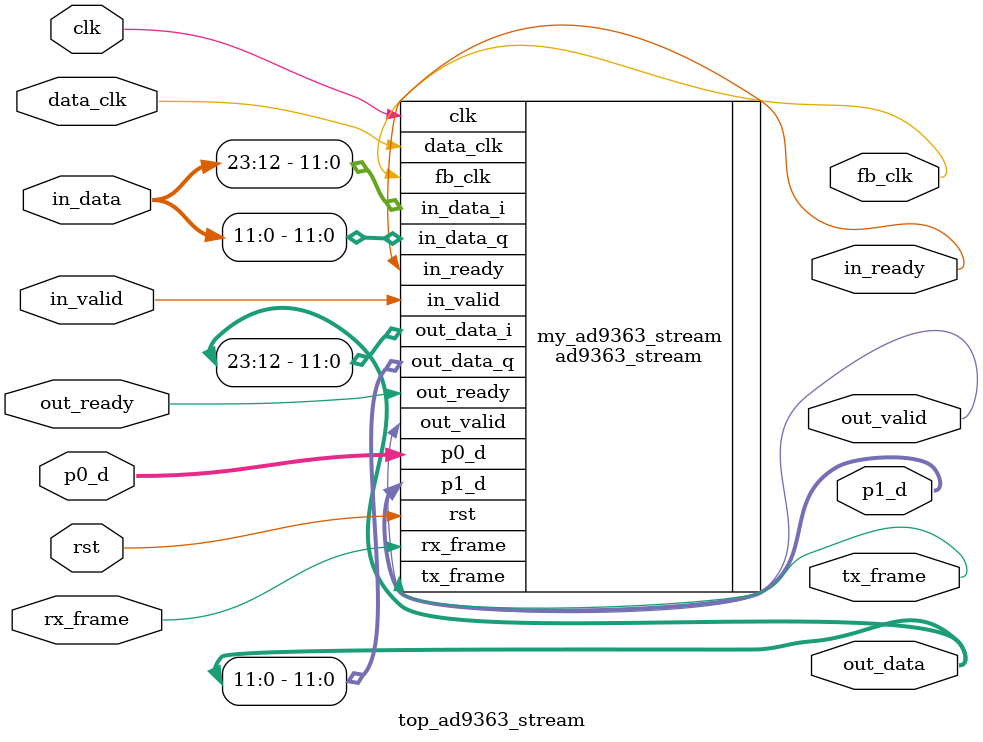
<source format=v>
`timescale 1ns / 1ps

module top_ad9363_stream(
    input wire clk,
    input wire rst,
    //internal output stream
    (* X_INTERFACE_INFO = "xilinx.com:interface:axis:1.0 axis_out TVALID" *)
    output wire out_valid,
    (* X_INTERFACE_INFO = "xilinx.com:interface:axis:1.0 axis_out TDATA" *)
    output wire [23:0] out_data, //i q
    (* X_INTERFACE_INFO = "xilinx.com:interface:axis:1.0 axis_out TREADY" *)
    input wire out_ready,
    //internal input stream
    (* X_INTERFACE_INFO = "xilinx.com:interface:axis:1.0 axis_in TVALID" *)
    input wire in_valid,
    (* X_INTERFACE_INFO = "xilinx.com:interface:axis:1.0 axis_in TDATA" *)
    input wire [23:0] in_data,
    (* X_INTERFACE_INFO = "xilinx.com:interface:axis:1.0 axis_in TREADY" *)
    output wire in_ready,
    //external output stream
    output wire fb_clk,
    output wire tx_frame,
    output wire [11:0] p1_d,
    //external input stream
    input wire data_clk,
    input wire rx_frame,
    input wire [11:0] p0_d
);

ad9363_stream my_ad9363_stream(
  .clk(clk),
  .rst(rst),
  //internal output stream
  .out_valid(out_valid),
  .out_data_i(out_data[23:12]),
  .out_data_q(out_data[11:0]),
  .out_ready(out_ready),
  //internal input stream
  .in_valid(in_valid),
  .in_data_i(in_data[23:12]),
  .in_data_q(in_data[11:0]),
  .in_ready(in_ready),
  //external output stream
  .fb_clk(fb_clk),
  .tx_frame(tx_frame),
  .p1_d(p1_d),
  //external input stream
  .data_clk(data_clk),
  .rx_frame(rx_frame),
  .p0_d(p0_d)
);

endmodule

</source>
